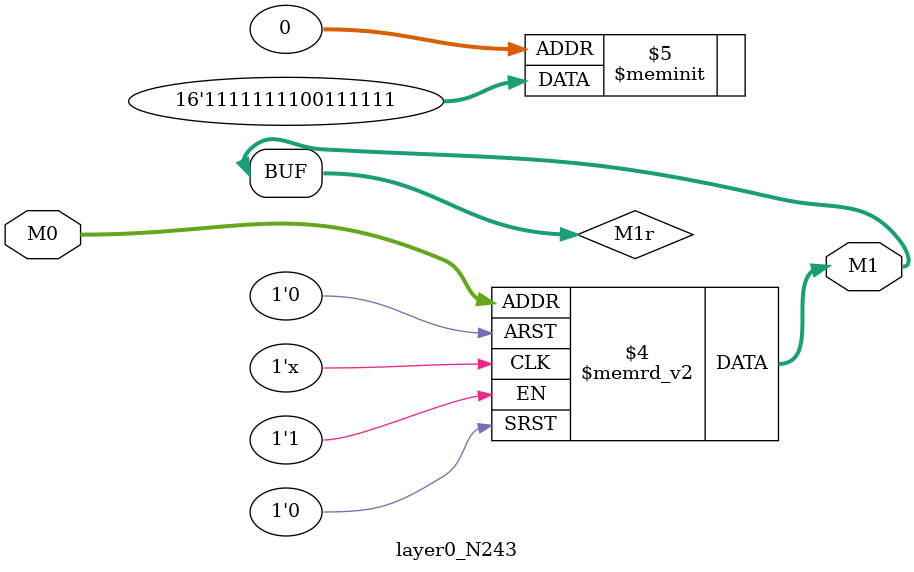
<source format=v>
module layer0_N243 ( input [2:0] M0, output [1:0] M1 );

	(*rom_style = "distributed" *) reg [1:0] M1r;
	assign M1 = M1r;
	always @ (M0) begin
		case (M0)
			3'b000: M1r = 2'b11;
			3'b100: M1r = 2'b11;
			3'b010: M1r = 2'b11;
			3'b110: M1r = 2'b11;
			3'b001: M1r = 2'b11;
			3'b101: M1r = 2'b11;
			3'b011: M1r = 2'b00;
			3'b111: M1r = 2'b11;

		endcase
	end
endmodule

</source>
